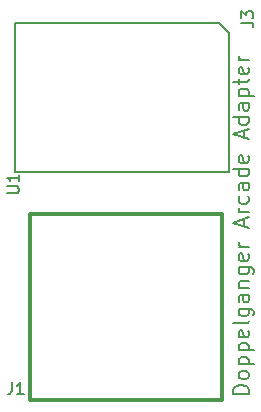
<source format=gbr>
G04 #@! TF.GenerationSoftware,KiCad,Pcbnew,no-vcs-found-835c19f~60~ubuntu16.04.1*
G04 #@! TF.CreationDate,2017-10-10T23:17:26+02:00*
G04 #@! TF.ProjectId,arcade_adapter,6172636164655F616461707465722E6B,rev?*
G04 #@! TF.SameCoordinates,Original*
G04 #@! TF.FileFunction,Legend,Top*
G04 #@! TF.FilePolarity,Positive*
%FSLAX46Y46*%
G04 Gerber Fmt 4.6, Leading zero omitted, Abs format (unit mm)*
G04 Created by KiCad (PCBNEW no-vcs-found-835c19f~60~ubuntu16.04.1) date Tue Oct 10 23:17:26 2017*
%MOMM*%
%LPD*%
G01*
G04 APERTURE LIST*
%ADD10C,0.200000*%
%ADD11C,0.300000*%
%ADD12C,0.150000*%
G04 APERTURE END LIST*
D10*
X111662295Y-92616942D02*
X110362295Y-92616942D01*
X110362295Y-92307419D01*
X110424200Y-92121704D01*
X110548009Y-91997895D01*
X110671819Y-91935990D01*
X110919438Y-91874085D01*
X111105152Y-91874085D01*
X111352771Y-91935990D01*
X111476580Y-91997895D01*
X111600390Y-92121704D01*
X111662295Y-92307419D01*
X111662295Y-92616942D01*
X111662295Y-91131228D02*
X111600390Y-91255038D01*
X111538485Y-91316942D01*
X111414676Y-91378847D01*
X111043247Y-91378847D01*
X110919438Y-91316942D01*
X110857533Y-91255038D01*
X110795628Y-91131228D01*
X110795628Y-90945514D01*
X110857533Y-90821704D01*
X110919438Y-90759800D01*
X111043247Y-90697895D01*
X111414676Y-90697895D01*
X111538485Y-90759800D01*
X111600390Y-90821704D01*
X111662295Y-90945514D01*
X111662295Y-91131228D01*
X110795628Y-90140752D02*
X112095628Y-90140752D01*
X110857533Y-90140752D02*
X110795628Y-90016942D01*
X110795628Y-89769323D01*
X110857533Y-89645514D01*
X110919438Y-89583609D01*
X111043247Y-89521704D01*
X111414676Y-89521704D01*
X111538485Y-89583609D01*
X111600390Y-89645514D01*
X111662295Y-89769323D01*
X111662295Y-90016942D01*
X111600390Y-90140752D01*
X110795628Y-88964561D02*
X112095628Y-88964561D01*
X110857533Y-88964561D02*
X110795628Y-88840752D01*
X110795628Y-88593133D01*
X110857533Y-88469323D01*
X110919438Y-88407419D01*
X111043247Y-88345514D01*
X111414676Y-88345514D01*
X111538485Y-88407419D01*
X111600390Y-88469323D01*
X111662295Y-88593133D01*
X111662295Y-88840752D01*
X111600390Y-88964561D01*
X111600390Y-87293133D02*
X111662295Y-87416942D01*
X111662295Y-87664561D01*
X111600390Y-87788371D01*
X111476580Y-87850276D01*
X110981342Y-87850276D01*
X110857533Y-87788371D01*
X110795628Y-87664561D01*
X110795628Y-87416942D01*
X110857533Y-87293133D01*
X110981342Y-87231228D01*
X111105152Y-87231228D01*
X111228961Y-87850276D01*
X111662295Y-86488371D02*
X111600390Y-86612180D01*
X111476580Y-86674085D01*
X110362295Y-86674085D01*
X110795628Y-85435990D02*
X111848009Y-85435990D01*
X111971819Y-85497895D01*
X112033723Y-85559800D01*
X112095628Y-85683609D01*
X112095628Y-85869323D01*
X112033723Y-85993133D01*
X111600390Y-85435990D02*
X111662295Y-85559800D01*
X111662295Y-85807419D01*
X111600390Y-85931228D01*
X111538485Y-85993133D01*
X111414676Y-86055038D01*
X111043247Y-86055038D01*
X110919438Y-85993133D01*
X110857533Y-85931228D01*
X110795628Y-85807419D01*
X110795628Y-85559800D01*
X110857533Y-85435990D01*
X111662295Y-84259800D02*
X110981342Y-84259800D01*
X110857533Y-84321704D01*
X110795628Y-84445514D01*
X110795628Y-84693133D01*
X110857533Y-84816942D01*
X111600390Y-84259800D02*
X111662295Y-84383609D01*
X111662295Y-84693133D01*
X111600390Y-84816942D01*
X111476580Y-84878847D01*
X111352771Y-84878847D01*
X111228961Y-84816942D01*
X111167057Y-84693133D01*
X111167057Y-84383609D01*
X111105152Y-84259800D01*
X110795628Y-83640752D02*
X111662295Y-83640752D01*
X110919438Y-83640752D02*
X110857533Y-83578847D01*
X110795628Y-83455038D01*
X110795628Y-83269323D01*
X110857533Y-83145514D01*
X110981342Y-83083609D01*
X111662295Y-83083609D01*
X110795628Y-81907419D02*
X111848009Y-81907419D01*
X111971819Y-81969323D01*
X112033723Y-82031228D01*
X112095628Y-82155038D01*
X112095628Y-82340752D01*
X112033723Y-82464561D01*
X111600390Y-81907419D02*
X111662295Y-82031228D01*
X111662295Y-82278847D01*
X111600390Y-82402657D01*
X111538485Y-82464561D01*
X111414676Y-82526466D01*
X111043247Y-82526466D01*
X110919438Y-82464561D01*
X110857533Y-82402657D01*
X110795628Y-82278847D01*
X110795628Y-82031228D01*
X110857533Y-81907419D01*
X111600390Y-80793133D02*
X111662295Y-80916942D01*
X111662295Y-81164561D01*
X111600390Y-81288371D01*
X111476580Y-81350276D01*
X110981342Y-81350276D01*
X110857533Y-81288371D01*
X110795628Y-81164561D01*
X110795628Y-80916942D01*
X110857533Y-80793133D01*
X110981342Y-80731228D01*
X111105152Y-80731228D01*
X111228961Y-81350276D01*
X111662295Y-80174085D02*
X110795628Y-80174085D01*
X111043247Y-80174085D02*
X110919438Y-80112180D01*
X110857533Y-80050276D01*
X110795628Y-79926466D01*
X110795628Y-79802657D01*
X111290866Y-78440752D02*
X111290866Y-77821704D01*
X111662295Y-78564561D02*
X110362295Y-78131228D01*
X111662295Y-77697895D01*
X111662295Y-77264561D02*
X110795628Y-77264561D01*
X111043247Y-77264561D02*
X110919438Y-77202657D01*
X110857533Y-77140752D01*
X110795628Y-77016942D01*
X110795628Y-76893133D01*
X111600390Y-75902657D02*
X111662295Y-76026466D01*
X111662295Y-76274085D01*
X111600390Y-76397895D01*
X111538485Y-76459800D01*
X111414676Y-76521704D01*
X111043247Y-76521704D01*
X110919438Y-76459800D01*
X110857533Y-76397895D01*
X110795628Y-76274085D01*
X110795628Y-76026466D01*
X110857533Y-75902657D01*
X111662295Y-74788371D02*
X110981342Y-74788371D01*
X110857533Y-74850276D01*
X110795628Y-74974085D01*
X110795628Y-75221704D01*
X110857533Y-75345514D01*
X111600390Y-74788371D02*
X111662295Y-74912180D01*
X111662295Y-75221704D01*
X111600390Y-75345514D01*
X111476580Y-75407419D01*
X111352771Y-75407419D01*
X111228961Y-75345514D01*
X111167057Y-75221704D01*
X111167057Y-74912180D01*
X111105152Y-74788371D01*
X111662295Y-73612180D02*
X110362295Y-73612180D01*
X111600390Y-73612180D02*
X111662295Y-73735990D01*
X111662295Y-73983609D01*
X111600390Y-74107419D01*
X111538485Y-74169323D01*
X111414676Y-74231228D01*
X111043247Y-74231228D01*
X110919438Y-74169323D01*
X110857533Y-74107419D01*
X110795628Y-73983609D01*
X110795628Y-73735990D01*
X110857533Y-73612180D01*
X111600390Y-72497895D02*
X111662295Y-72621704D01*
X111662295Y-72869323D01*
X111600390Y-72993133D01*
X111476580Y-73055038D01*
X110981342Y-73055038D01*
X110857533Y-72993133D01*
X110795628Y-72869323D01*
X110795628Y-72621704D01*
X110857533Y-72497895D01*
X110981342Y-72435990D01*
X111105152Y-72435990D01*
X111228961Y-73055038D01*
X111290866Y-70950276D02*
X111290866Y-70331228D01*
X111662295Y-71074085D02*
X110362295Y-70640752D01*
X111662295Y-70207419D01*
X111662295Y-69216942D02*
X110362295Y-69216942D01*
X111600390Y-69216942D02*
X111662295Y-69340752D01*
X111662295Y-69588371D01*
X111600390Y-69712180D01*
X111538485Y-69774085D01*
X111414676Y-69835990D01*
X111043247Y-69835990D01*
X110919438Y-69774085D01*
X110857533Y-69712180D01*
X110795628Y-69588371D01*
X110795628Y-69340752D01*
X110857533Y-69216942D01*
X111662295Y-68040752D02*
X110981342Y-68040752D01*
X110857533Y-68102657D01*
X110795628Y-68226466D01*
X110795628Y-68474085D01*
X110857533Y-68597895D01*
X111600390Y-68040752D02*
X111662295Y-68164561D01*
X111662295Y-68474085D01*
X111600390Y-68597895D01*
X111476580Y-68659800D01*
X111352771Y-68659800D01*
X111228961Y-68597895D01*
X111167057Y-68474085D01*
X111167057Y-68164561D01*
X111105152Y-68040752D01*
X110795628Y-67421704D02*
X112095628Y-67421704D01*
X110857533Y-67421704D02*
X110795628Y-67297895D01*
X110795628Y-67050276D01*
X110857533Y-66926466D01*
X110919438Y-66864561D01*
X111043247Y-66802657D01*
X111414676Y-66802657D01*
X111538485Y-66864561D01*
X111600390Y-66926466D01*
X111662295Y-67050276D01*
X111662295Y-67297895D01*
X111600390Y-67421704D01*
X110795628Y-66431228D02*
X110795628Y-65935990D01*
X110362295Y-66245514D02*
X111476580Y-66245514D01*
X111600390Y-66183609D01*
X111662295Y-66059800D01*
X111662295Y-65935990D01*
X111600390Y-65007419D02*
X111662295Y-65131228D01*
X111662295Y-65378847D01*
X111600390Y-65502657D01*
X111476580Y-65564561D01*
X110981342Y-65564561D01*
X110857533Y-65502657D01*
X110795628Y-65378847D01*
X110795628Y-65131228D01*
X110857533Y-65007419D01*
X110981342Y-64945514D01*
X111105152Y-64945514D01*
X111228961Y-65564561D01*
X111662295Y-64388371D02*
X110795628Y-64388371D01*
X111043247Y-64388371D02*
X110919438Y-64326466D01*
X110857533Y-64264561D01*
X110795628Y-64140752D01*
X110795628Y-64016942D01*
D11*
X93139800Y-77441600D02*
X109399800Y-77441600D01*
X93139800Y-93191600D02*
X93139800Y-77441600D01*
X109399800Y-93191600D02*
X109399800Y-77441600D01*
X93139800Y-93191600D02*
X109399800Y-93191600D01*
D12*
X109143800Y-61265000D02*
X109943800Y-62065000D01*
X109943800Y-62065000D02*
X109943800Y-73865000D01*
X109943800Y-73865000D02*
X91833800Y-73865000D01*
X91833800Y-73865000D02*
X91833800Y-61265000D01*
X91833800Y-61265000D02*
X109143800Y-61265000D01*
X111034580Y-61217133D02*
X111748866Y-61217133D01*
X111891723Y-61264752D01*
X111986961Y-61359990D01*
X112034580Y-61502847D01*
X112034580Y-61598085D01*
X111034580Y-60836180D02*
X111034580Y-60217133D01*
X111415533Y-60550466D01*
X111415533Y-60407609D01*
X111463152Y-60312371D01*
X111510771Y-60264752D01*
X111606009Y-60217133D01*
X111844104Y-60217133D01*
X111939342Y-60264752D01*
X111986961Y-60312371D01*
X112034580Y-60407609D01*
X112034580Y-60693323D01*
X111986961Y-60788561D01*
X111939342Y-60836180D01*
X91614666Y-91654380D02*
X91614666Y-92368666D01*
X91567047Y-92511523D01*
X91471809Y-92606761D01*
X91328952Y-92654380D01*
X91233714Y-92654380D01*
X92614666Y-92654380D02*
X92043238Y-92654380D01*
X92328952Y-92654380D02*
X92328952Y-91654380D01*
X92233714Y-91797238D01*
X92138476Y-91892476D01*
X92043238Y-91940095D01*
X91197180Y-75641104D02*
X92006704Y-75641104D01*
X92101942Y-75593485D01*
X92149561Y-75545866D01*
X92197180Y-75450628D01*
X92197180Y-75260152D01*
X92149561Y-75164914D01*
X92101942Y-75117295D01*
X92006704Y-75069676D01*
X91197180Y-75069676D01*
X92197180Y-74069676D02*
X92197180Y-74641104D01*
X92197180Y-74355390D02*
X91197180Y-74355390D01*
X91340038Y-74450628D01*
X91435276Y-74545866D01*
X91482895Y-74641104D01*
M02*

</source>
